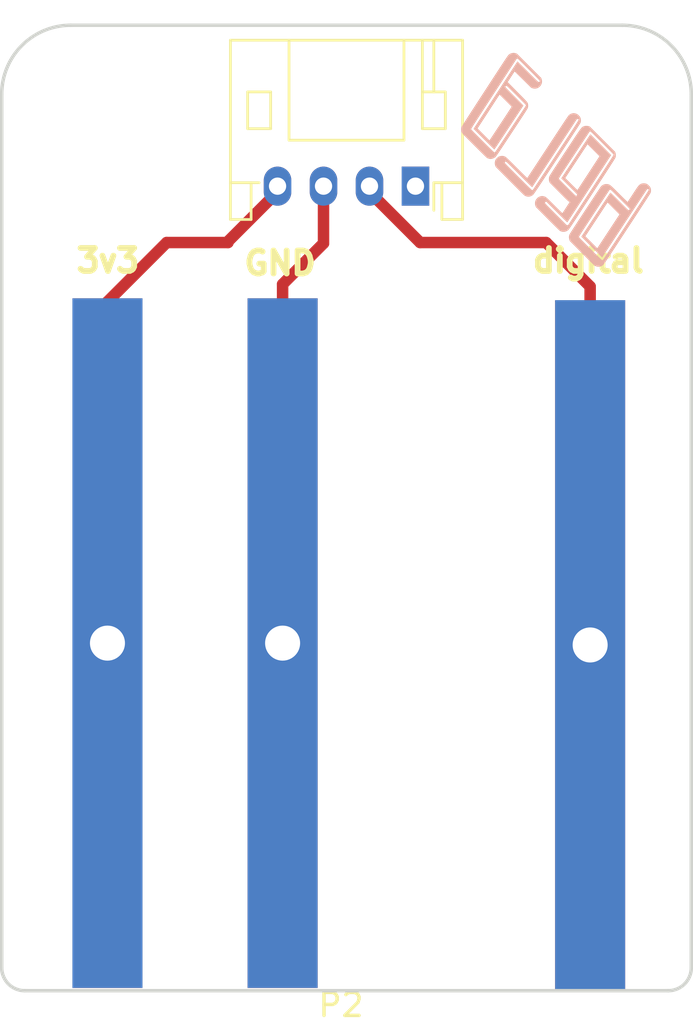
<source format=kicad_pcb>
(kicad_pcb (version 20171130) (host pcbnew "(5.0.0-3-g0214c9d)")

  (general
    (thickness 1.6)
    (drawings 11)
    (tracks 15)
    (zones 0)
    (modules 3)
    (nets 4)
  )

  (page A4)
  (layers
    (0 F.Cu signal)
    (31 B.Cu signal)
    (32 B.Adhes user hide)
    (33 F.Adhes user hide)
    (34 B.Paste user hide)
    (35 F.Paste user hide)
    (36 B.SilkS user)
    (37 F.SilkS user)
    (38 B.Mask user hide)
    (39 F.Mask user)
    (40 Dwgs.User user)
    (41 Cmts.User user)
    (42 Eco1.User user)
    (43 Eco2.User user hide)
    (44 Edge.Cuts user)
    (45 Margin user)
    (46 B.CrtYd user)
    (47 F.CrtYd user)
    (48 B.Fab user)
    (49 F.Fab user)
  )

  (setup
    (last_trace_width 0.25)
    (user_trace_width 0.5)
    (trace_clearance 0.2)
    (zone_clearance 0.508)
    (zone_45_only no)
    (trace_min 0.2)
    (segment_width 0.2)
    (edge_width 0.15)
    (via_size 0.6)
    (via_drill 0.4)
    (via_min_size 0.4)
    (via_min_drill 0.3)
    (uvia_size 0.3)
    (uvia_drill 0.1)
    (uvias_allowed no)
    (uvia_min_size 0.2)
    (uvia_min_drill 0.1)
    (pcb_text_width 0.3)
    (pcb_text_size 1.5 1.5)
    (mod_edge_width 0.15)
    (mod_text_size 1 1)
    (mod_text_width 0.15)
    (pad_size 3.048 30)
    (pad_drill 1.524)
    (pad_to_mask_clearance 0.2)
    (aux_axis_origin 0 0)
    (visible_elements FFFFFF1F)
    (pcbplotparams
      (layerselection 0x01030_80000001)
      (usegerberextensions false)
      (usegerberattributes false)
      (usegerberadvancedattributes false)
      (creategerberjobfile false)
      (excludeedgelayer true)
      (linewidth 0.100000)
      (plotframeref false)
      (viasonmask false)
      (mode 1)
      (useauxorigin false)
      (hpglpennumber 1)
      (hpglpenspeed 20)
      (hpglpendiameter 15.000000)
      (psnegative false)
      (psa4output false)
      (plotreference true)
      (plotvalue true)
      (plotinvisibletext false)
      (padsonsilk false)
      (subtractmaskfromsilk false)
      (outputformat 1)
      (mirror false)
      (drillshape 0)
      (scaleselection 1)
      (outputdirectory "gerbers/"))
  )

  (net 0 "")
  (net 1 "Net-(P1-Pad2)")
  (net 2 "Net-(P1-Pad3)")
  (net 3 "Net-(P1-Pad4)")

  (net_class Default "This is the default net class."
    (clearance 0.2)
    (trace_width 0.25)
    (via_dia 0.6)
    (via_drill 0.4)
    (uvia_dia 0.3)
    (uvia_drill 0.1)
    (add_net "Net-(P1-Pad2)")
    (add_net "Net-(P1-Pad3)")
    (add_net "Net-(P1-Pad4)")
  )

  (module Connectors_JST:JST_PH_S4B-PH-K_04x2.00mm_Angled (layer F.Cu) (tedit 5C581B9A) (tstamp 5B366367)
    (at 149 66 180)
    (descr "JST PH series connector, S4B-PH-K, side entry type, through hole, Datasheet: http://www.jst-mfg.com/product/pdf/eng/ePH.pdf")
    (tags "connector jst ph")
    (path /5B3662FE)
    (fp_text reference P1 (at 1.5 -2.45 180) (layer F.SilkS) hide
      (effects (font (size 1 1) (thickness 0.15)))
    )
    (fp_text value CONN_01X04 (at 3 7.25 180) (layer F.Fab)
      (effects (font (size 1 1) (thickness 0.15)))
    )
    (fp_line (start 0.5 6.35) (end 0.5 2) (layer F.SilkS) (width 0.12))
    (fp_line (start 0.5 2) (end 5.5 2) (layer F.SilkS) (width 0.12))
    (fp_line (start 5.5 2) (end 5.5 6.35) (layer F.SilkS) (width 0.12))
    (fp_line (start -0.8 0.15) (end -1.15 0.15) (layer F.SilkS) (width 0.12))
    (fp_line (start -1.15 0.15) (end -1.15 -1.45) (layer F.SilkS) (width 0.12))
    (fp_line (start -1.15 -1.45) (end -2.05 -1.45) (layer F.SilkS) (width 0.12))
    (fp_line (start -2.05 -1.45) (end -2.05 6.35) (layer F.SilkS) (width 0.12))
    (fp_line (start -2.05 6.35) (end 8.05 6.35) (layer F.SilkS) (width 0.12))
    (fp_line (start 8.05 6.35) (end 8.05 -1.45) (layer F.SilkS) (width 0.12))
    (fp_line (start 8.05 -1.45) (end 7.15 -1.45) (layer F.SilkS) (width 0.12))
    (fp_line (start 7.15 -1.45) (end 7.15 0.15) (layer F.SilkS) (width 0.12))
    (fp_line (start 7.15 0.15) (end 6.8 0.15) (layer F.SilkS) (width 0.12))
    (fp_line (start -2.05 0.15) (end -1.15 0.15) (layer F.SilkS) (width 0.12))
    (fp_line (start 8.05 0.15) (end 7.15 0.15) (layer F.SilkS) (width 0.12))
    (fp_line (start -1.3 2.5) (end -1.3 4.1) (layer F.SilkS) (width 0.12))
    (fp_line (start -1.3 4.1) (end -0.3 4.1) (layer F.SilkS) (width 0.12))
    (fp_line (start -0.3 4.1) (end -0.3 2.5) (layer F.SilkS) (width 0.12))
    (fp_line (start -0.3 2.5) (end -1.3 2.5) (layer F.SilkS) (width 0.12))
    (fp_line (start 7.3 2.5) (end 7.3 4.1) (layer F.SilkS) (width 0.12))
    (fp_line (start 7.3 4.1) (end 6.3 4.1) (layer F.SilkS) (width 0.12))
    (fp_line (start 6.3 4.1) (end 6.3 2.5) (layer F.SilkS) (width 0.12))
    (fp_line (start 6.3 2.5) (end 7.3 2.5) (layer F.SilkS) (width 0.12))
    (fp_line (start -0.3 4.1) (end -0.3 6.35) (layer F.SilkS) (width 0.12))
    (fp_line (start -0.8 4.1) (end -0.8 6.35) (layer F.SilkS) (width 0.12))
    (fp_line (start -2.45 -1.85) (end -2.45 6.75) (layer F.CrtYd) (width 0.05))
    (fp_line (start -2.45 6.75) (end 8.45 6.75) (layer F.CrtYd) (width 0.05))
    (fp_line (start 8.45 6.75) (end 8.45 -1.85) (layer F.CrtYd) (width 0.05))
    (fp_line (start 8.45 -1.85) (end -2.45 -1.85) (layer F.CrtYd) (width 0.05))
    (fp_line (start -1.25 0.25) (end -1.25 -1.35) (layer F.Fab) (width 0.1))
    (fp_line (start -1.25 -1.35) (end -1.95 -1.35) (layer F.Fab) (width 0.1))
    (fp_line (start -1.95 -1.35) (end -1.95 6.25) (layer F.Fab) (width 0.1))
    (fp_line (start -1.95 6.25) (end 7.95 6.25) (layer F.Fab) (width 0.1))
    (fp_line (start 7.95 6.25) (end 7.95 -1.35) (layer F.Fab) (width 0.1))
    (fp_line (start 7.95 -1.35) (end 7.25 -1.35) (layer F.Fab) (width 0.1))
    (fp_line (start 7.25 -1.35) (end 7.25 0.25) (layer F.Fab) (width 0.1))
    (fp_line (start 7.25 0.25) (end -1.25 0.25) (layer F.Fab) (width 0.1))
    (fp_line (start -0.8 0.15) (end -0.8 -1.05) (layer F.SilkS) (width 0.12))
    (fp_line (start 0 0.85) (end -0.5 1.35) (layer F.Fab) (width 0.1))
    (fp_line (start -0.5 1.35) (end 0.5 1.35) (layer F.Fab) (width 0.1))
    (fp_line (start 0.5 1.35) (end 0 0.85) (layer F.Fab) (width 0.1))
    (fp_text user %R (at 3 2.5 180) (layer F.Fab)
      (effects (font (size 1 1) (thickness 0.15)))
    )
    (pad 1 thru_hole rect (at 0 0 180) (size 1.2 1.7) (drill 0.75) (layers *.Cu *.Mask))
    (pad 2 thru_hole oval (at 2 0 180) (size 1.2 1.7) (drill 0.75) (layers *.Cu *.Mask)
      (net 1 "Net-(P1-Pad2)"))
    (pad 3 thru_hole oval (at 4 0 180) (size 1.2 1.7) (drill 0.75) (layers *.Cu *.Mask)
      (net 2 "Net-(P1-Pad3)"))
    (pad 4 thru_hole oval (at 6 0 180) (size 1.2 1.7) (drill 0.75) (layers *.Cu *.Mask)
      (net 3 "Net-(P1-Pad4)"))
    (model ${KISYS3DMOD}/Connectors_JST.3dshapes/JST_PH_S4B-PH-K_04x2.00mm_Angled.wrl
      (at (xyz 0 0 0))
      (scale (xyz 1 1 1))
      (rotate (xyz 0 0 0))
    )
  )

  (module paper:paper (layer F.Cu) (tedit 5C5398A6) (tstamp 5B36636E)
    (at 145.76 101.12)
    (path /5B3662BD)
    (fp_text reference P2 (at 0 0.5) (layer F.SilkS)
      (effects (font (size 1 1) (thickness 0.15)))
    )
    (fp_text value CONN_01X03 (at 0 -0.5) (layer F.Fab)
      (effects (font (size 1 1) (thickness 0.15)))
    )
    (pad 3 thru_hole rect (at 10.84 -15.16) (size 3.048 30) (drill 1.524) (layers *.Cu *.Mask)
      (net 1 "Net-(P1-Pad2)"))
    (pad 2 thru_hole rect (at -2.54 -15.24) (size 3.048 30) (drill 1.524) (layers *.Cu *.Mask)
      (net 2 "Net-(P1-Pad3)"))
    (pad 1 thru_hole rect (at -10.16 -15.24) (size 3.048 30) (drill 1.524) (layers *.Cu *.Mask)
      (net 3 "Net-(P1-Pad4)"))
  )

  (module paper:Bela_logo (layer B.Cu) (tedit 0) (tstamp 5C543B38)
    (at 155.067 64.897 135)
    (fp_text reference G*** (at 0 0 135) (layer B.SilkS) hide
      (effects (font (size 1.524 1.524) (thickness 0.3)) (justify mirror))
    )
    (fp_text value LOGO (at 0.75 0 135) (layer B.SilkS) hide
      (effects (font (size 1.524 1.524) (thickness 0.3)) (justify mirror))
    )
    (fp_poly (pts (xy 4.509387 2.101396) (xy 4.540036 2.082716) (xy 4.572855 2.057078) (xy 4.595144 2.035933)
      (xy 4.637322 1.982523) (xy 4.664833 1.926068) (xy 4.678882 1.863906) (xy 4.680417 1.847375)
      (xy 4.680695 1.840287) (xy 4.680533 1.831758) (xy 4.679808 1.821186) (xy 4.678399 1.807965)
      (xy 4.676182 1.791493) (xy 4.673035 1.771164) (xy 4.668836 1.746375) (xy 4.663461 1.716522)
      (xy 4.656787 1.681) (xy 4.648693 1.639207) (xy 4.639056 1.590538) (xy 4.627753 1.534388)
      (xy 4.614661 1.470154) (xy 4.599658 1.397233) (xy 4.582621 1.315019) (xy 4.563427 1.222909)
      (xy 4.541955 1.120299) (xy 4.51808 1.006585) (xy 4.491681 0.881164) (xy 4.462635 0.74343)
      (xy 4.430819 0.59278) (xy 4.396111 0.42861) (xy 4.358388 0.250316) (xy 4.317527 0.057295)
      (xy 4.303554 -0.008695) (xy 4.255159 -0.23705) (xy 4.209959 -0.449922) (xy 4.167942 -0.647376)
      (xy 4.129092 -0.829476) (xy 4.093397 -0.996288) (xy 4.060841 -1.147876) (xy 4.031411 -1.284304)
      (xy 4.005093 -1.405637) (xy 3.981873 -1.51194) (xy 3.961736 -1.603277) (xy 3.944669 -1.679713)
      (xy 3.930658 -1.741312) (xy 3.919689 -1.788138) (xy 3.911747 -1.820258) (xy 3.906819 -1.837734)
      (xy 3.905692 -1.840631) (xy 3.873146 -1.889827) (xy 3.829487 -1.934396) (xy 3.795611 -1.959608)
      (xy 3.783166 -1.967603) (xy 3.771581 -1.97467) (xy 3.759846 -1.980865) (xy 3.746955 -1.986244)
      (xy 3.731897 -1.990863) (xy 3.713664 -1.994779) (xy 3.691248 -1.998048) (xy 3.66364 -2.000725)
      (xy 3.629831 -2.002867) (xy 3.588813 -2.00453) (xy 3.539576 -2.00577) (xy 3.481113 -2.006644)
      (xy 3.412415 -2.007207) (xy 3.332472 -2.007516) (xy 3.240277 -2.007626) (xy 3.13482 -2.007594)
      (xy 3.015093 -2.007477) (xy 2.937191 -2.00739) (xy 2.830497 -2.007197) (xy 2.727878 -2.006866)
      (xy 2.630507 -2.006408) (xy 2.539556 -2.005836) (xy 2.456196 -2.005161) (xy 2.381602 -2.004396)
      (xy 2.316944 -2.003552) (xy 2.263394 -2.002643) (xy 2.222126 -2.001679) (xy 2.194311 -2.000674)
      (xy 2.181122 -1.999638) (xy 2.180795 -1.999569) (xy 2.118455 -1.977022) (xy 2.063377 -1.941355)
      (xy 2.017066 -1.894243) (xy 1.981024 -1.837362) (xy 1.956757 -1.772385) (xy 1.950434 -1.74306)
      (xy 1.949276 -1.736021) (xy 1.948379 -1.728886) (xy 1.947883 -1.720904) (xy 1.947932 -1.711325)
      (xy 1.948666 -1.699398) (xy 1.950229 -1.684375) (xy 1.952761 -1.665504) (xy 1.956405 -1.642036)
      (xy 1.961303 -1.613221) (xy 1.966288 -1.585569) (xy 2.102972 -1.585569) (xy 2.103378 -1.587389)
      (xy 2.116574 -1.603919) (xy 2.125362 -1.610731) (xy 2.136118 -1.612312) (xy 2.162553 -1.613732)
      (xy 2.204471 -1.614988) (xy 2.261676 -1.616079) (xy 2.333973 -1.617001) (xy 2.421167 -1.617753)
      (xy 2.523061 -1.618332) (xy 2.639461 -1.618736) (xy 2.77017 -1.618963) (xy 2.838761 -1.619008)
      (xy 2.960471 -1.619035) (xy 3.067301 -1.619015) (xy 3.160244 -1.618928) (xy 3.240293 -1.618756)
      (xy 3.308444 -1.61848) (xy 3.365689 -1.61808) (xy 3.413023 -1.617537) (xy 3.451441 -1.616834)
      (xy 3.481935 -1.615951) (xy 3.5055 -1.614868) (xy 3.52313 -1.613567) (xy 3.535818 -1.612029)
      (xy 3.54456 -1.610236) (xy 3.550348 -1.608167) (xy 3.554177 -1.605804) (xy 3.55472 -1.605359)
      (xy 3.556935 -1.602018) (xy 3.559842 -1.594865) (xy 3.563564 -1.583336) (xy 3.568225 -1.566868)
      (xy 3.573948 -1.544897) (xy 3.580856 -1.516858) (xy 3.589072 -1.48219) (xy 3.598721 -1.440327)
      (xy 3.609925 -1.390706) (xy 3.622808 -1.332764) (xy 3.637494 -1.265937) (xy 3.654105 -1.189661)
      (xy 3.672765 -1.103373) (xy 3.693597 -1.006508) (xy 3.716725 -0.898504) (xy 3.742272 -0.778796)
      (xy 3.770362 -0.646822) (xy 3.801118 -0.502017) (xy 3.834663 -0.343817) (xy 3.871121 -0.171659)
      (xy 3.910614 0.01502) (xy 3.944537 0.175476) (xy 3.979343 0.340227) (xy 4.013272 0.500971)
      (xy 4.046178 0.65701) (xy 4.077915 0.807646) (xy 4.108335 0.952181) (xy 4.137294 1.089917)
      (xy 4.164646 1.220156) (xy 4.190243 1.342199) (xy 4.21394 1.45535) (xy 4.235591 1.558908)
      (xy 4.25505 1.652178) (xy 4.27217 1.73446) (xy 4.286805 1.805057) (xy 4.29881 1.86327)
      (xy 4.308038 1.908401) (xy 4.314343 1.939753) (xy 4.317578 1.956626) (xy 4.318 1.959429)
      (xy 4.312574 1.977632) (xy 4.302125 1.992313) (xy 4.299026 1.995117) (xy 4.295025 1.99757)
      (xy 4.289102 1.999695) (xy 4.280239 2.001515) (xy 4.267417 2.003055) (xy 4.249615 2.004338)
      (xy 4.225816 2.005388) (xy 4.195 2.006226) (xy 4.156147 2.006879) (xy 4.10824 2.007368)
      (xy 4.050258 2.007717) (xy 3.981183 2.00795) (xy 3.899995 2.00809) (xy 3.805676 2.00816)
      (xy 3.697206 2.008185) (xy 3.613328 2.008188) (xy 3.491068 2.008205) (xy 3.383716 2.008208)
      (xy 3.290306 2.008129) (xy 3.209871 2.007897) (xy 3.141444 2.007445) (xy 3.084059 2.006702)
      (xy 3.036748 2.005599) (xy 2.998546 2.004066) (xy 2.968486 2.002035) (xy 2.945601 1.999436)
      (xy 2.928924 1.996199) (xy 2.917488 1.992256) (xy 2.910328 1.987536) (xy 2.906477 1.981971)
      (xy 2.904967 1.975491) (xy 2.904832 1.968027) (xy 2.905105 1.95951) (xy 2.905125 1.957374)
      (xy 2.904851 1.948085) (xy 2.904695 1.939965) (xy 2.905655 1.932932) (xy 2.908728 1.926906)
      (xy 2.91491 1.921804) (xy 2.925201 1.917544) (xy 2.940596 1.914046) (xy 2.962094 1.911228)
      (xy 2.990693 1.909008) (xy 3.027388 1.907304) (xy 3.073179 1.906035) (xy 3.129061 1.905119)
      (xy 3.196034 1.904474) (xy 3.275094 1.90402) (xy 3.367238 1.903673) (xy 3.473465 1.903354)
      (xy 3.568884 1.903064) (xy 4.203717 1.901032) (xy 3.480933 -1.516062) (xy 2.847748 -1.516062)
      (xy 2.728291 -1.516015) (xy 2.623846 -1.515867) (xy 2.533548 -1.515602) (xy 2.456534 -1.515208)
      (xy 2.391941 -1.514672) (xy 2.338903 -1.513979) (xy 2.296559 -1.513116) (xy 2.264043 -1.51207)
      (xy 2.240493 -1.510827) (xy 2.225045 -1.509374) (xy 2.216835 -1.507696) (xy 2.214898 -1.50614)
      (xy 2.216508 -1.497333) (xy 2.221139 -1.473857) (xy 2.228611 -1.436595) (xy 2.238211 -1.389062)
      (xy 2.633529 -1.389062) (xy 3.378706 -1.389062) (xy 3.427871 -1.15689) (xy 3.437533 -1.111254)
      (xy 3.450101 -1.051879) (xy 3.465194 -0.980559) (xy 3.482434 -0.899087) (xy 3.501441 -0.809256)
      (xy 3.521836 -0.712858) (xy 3.543239 -0.611687) (xy 3.565272 -0.507537) (xy 3.587554 -0.402199)
      (xy 3.609707 -0.297467) (xy 3.610507 -0.293687) (xy 3.743976 0.337344) (xy 3.370667 0.339407)
      (xy 3.295161 0.3397) (xy 3.224544 0.339731) (xy 3.160397 0.33952) (xy 3.104298 0.33908)
      (xy 3.057826 0.338431) (xy 3.022561 0.337587) (xy 3.000081 0.336565) (xy 2.992001 0.335439)
      (xy 2.989721 0.327005) (xy 2.984487 0.304026) (xy 2.976511 0.267512) (xy 2.966004 0.218475)
      (xy 2.953177 0.157925) (xy 2.938244 0.086873) (xy 2.921415 0.006329) (xy 2.902902 -0.082694)
      (xy 2.882917 -0.179188) (xy 2.861672 -0.28214) (xy 2.839378 -0.39054) (xy 2.816247 -0.503377)
      (xy 2.814489 -0.511968) (xy 2.791279 -0.625369) (xy 2.768909 -0.734599) (xy 2.747592 -0.838629)
      (xy 2.727537 -0.93643) (xy 2.708958 -1.026971) (xy 2.692065 -1.109225) (xy 2.67707 -1.18216)
      (xy 2.664185 -1.244748) (xy 2.653621 -1.29596) (xy 2.645589 -1.334765) (xy 2.640302 -1.360134)
      (xy 2.63797 -1.371038) (xy 2.637931 -1.371203) (xy 2.633529 -1.389062) (xy 2.238211 -1.389062)
      (xy 2.238744 -1.386426) (xy 2.251359 -1.324233) (xy 2.266276 -1.250895) (xy 2.283314 -1.167294)
      (xy 2.302296 -1.074312) (xy 2.32304 -0.972828) (xy 2.345367 -0.863724) (xy 2.369098 -0.747881)
      (xy 2.394053 -0.626181) (xy 2.420051 -0.499503) (xy 2.443577 -0.384968) (xy 2.67192 0.726282)
      (xy 3.233664 0.73025) (xy 3.341664 0.731026) (xy 3.4349 0.73174) (xy 3.514482 0.732432)
      (xy 3.581522 0.733139) (xy 3.637129 0.733897) (xy 3.682415 0.734746) (xy 3.718491 0.735722)
      (xy 3.746466 0.736863) (xy 3.767452 0.738206) (xy 3.782559 0.73979) (xy 3.792898 0.741651)
      (xy 3.799579 0.743827) (xy 3.803714 0.746356) (xy 3.806412 0.749275) (xy 3.806673 0.749627)
      (xy 3.817076 0.775617) (xy 3.812977 0.801898) (xy 3.802062 0.817563) (xy 3.798738 0.820559)
      (xy 3.79445 0.823152) (xy 3.788099 0.825372) (xy 3.778587 0.827247) (xy 3.764817 0.828807)
      (xy 3.74569 0.83008) (xy 3.720109 0.831095) (xy 3.686975 0.831882) (xy 3.645191 0.83247)
      (xy 3.593659 0.832887) (xy 3.531281 0.833164) (xy 3.456959 0.833328) (xy 3.369595 0.833409)
      (xy 3.268092 0.833436) (xy 3.202259 0.833438) (xy 3.077425 0.833326) (xy 2.966579 0.832993)
      (xy 2.869968 0.832443) (xy 2.787838 0.831677) (xy 2.720433 0.830701) (xy 2.668001 0.829516)
      (xy 2.630787 0.828127) (xy 2.609036 0.826537) (xy 2.603247 0.825366) (xy 2.591408 0.812698)
      (xy 2.581671 0.791894) (xy 2.580441 0.787662) (xy 2.577981 0.776585) (xy 2.572521 0.750835)
      (xy 2.564241 0.711291) (xy 2.553323 0.658833) (xy 2.539948 0.594342) (xy 2.524299 0.518695)
      (xy 2.506556 0.432774) (xy 2.486901 0.337458) (xy 2.465516 0.233626) (xy 2.442582 0.122159)
      (xy 2.41828 0.003935) (xy 2.392792 -0.120166) (xy 2.366299 -0.249263) (xy 2.338983 -0.382478)
      (xy 2.333952 -0.407026) (xy 2.300023 -0.572752) (xy 2.26923 -0.723518) (xy 2.241462 -0.859903)
      (xy 2.216605 -0.982486) (xy 2.194547 -1.091847) (xy 2.175173 -1.188564) (xy 2.158371 -1.273215)
      (xy 2.144028 -1.346381) (xy 2.13203 -1.40864) (xy 2.122265 -1.460571) (xy 2.11462 -1.502753)
      (xy 2.108981 -1.535765) (xy 2.105235 -1.560185) (xy 2.10327 -1.576593) (xy 2.102972 -1.585569)
      (xy 1.966288 -1.585569) (xy 1.967597 -1.578308) (xy 1.975429 -1.536548) (xy 1.98494 -1.487191)
      (xy 1.996274 -1.429486) (xy 2.009571 -1.362684) (xy 2.024974 -1.286034) (xy 2.042624 -1.198786)
      (xy 2.062664 -1.10019) (xy 2.085236 -0.989497) (xy 2.110482 -0.865956) (xy 2.138543 -0.728817)
      (xy 2.169562 -0.57733) (xy 2.18984 -0.478323) (xy 2.227365 -0.295377) (xy 2.261863 -0.127758)
      (xy 2.293387 0.02478) (xy 2.321988 0.162486) (xy 2.347721 0.285604) (xy 2.370636 0.394383)
      (xy 2.390787 0.489068) (xy 2.408226 0.569906) (xy 2.423005 0.637144) (xy 2.435179 0.691029)
      (xy 2.444798 0.731807) (xy 2.451915 0.759725) (xy 2.456583 0.77503) (xy 2.457216 0.776573)
      (xy 2.490276 0.835075) (xy 2.531603 0.880916) (xy 2.56219 0.903835) (xy 2.57678 0.91335)
      (xy 2.589654 0.92164) (xy 2.601959 0.928797) (xy 2.614838 0.934912) (xy 2.629439 0.940075)
      (xy 2.646905 0.944378) (xy 2.668383 0.947911) (xy 2.695018 0.950766) (xy 2.727955 0.953033)
      (xy 2.76834 0.954804) (xy 2.817318 0.95617) (xy 2.876034 0.957221) (xy 2.945634 0.95805)
      (xy 3.027263 0.958745) (xy 3.122068 0.9594) (xy 3.231192 0.960104) (xy 3.273805 0.960385)
      (xy 3.876642 0.964407) (xy 3.934203 1.234282) (xy 3.947677 1.297561) (xy 3.960054 1.355893)
      (xy 3.970952 1.407465) (xy 3.97999 1.450464) (xy 3.986787 1.483078) (xy 3.990962 1.503495)
      (xy 3.992163 1.509886) (xy 3.984517 1.510912) (xy 3.962321 1.511946) (xy 3.926898 1.512969)
      (xy 3.879573 1.513958) (xy 3.821671 1.514894) (xy 3.754515 1.515757) (xy 3.679431 1.516524)
      (xy 3.597743 1.517176) (xy 3.510774 1.517693) (xy 3.482578 1.517823) (xy 2.972593 1.520032)
      (xy 2.92507 1.543365) (xy 2.867919 1.579313) (xy 2.822108 1.62415) (xy 2.787656 1.675883)
      (xy 2.764582 1.732522) (xy 2.752904 1.792076) (xy 2.752642 1.852553) (xy 2.763813 1.911964)
      (xy 2.786437 1.968315) (xy 2.820532 2.019618) (xy 2.866116 2.06388) (xy 2.919861 2.097485)
      (xy 2.972262 2.123282) (xy 4.464843 2.123282) (xy 4.509387 2.101396)) (layer B.SilkS) (width 0.01))
    (fp_poly (pts (xy 0.721186 2.124732) (xy 0.746706 2.119752) (xy 0.772178 2.111367) (xy 0.834119 2.080177)
      (xy 0.885948 2.037654) (xy 0.926467 1.985504) (xy 0.954475 1.925429) (xy 0.968776 1.859135)
      (xy 0.970408 1.829594) (xy 0.969843 1.81979) (xy 0.96795 1.804156) (xy 0.964618 1.78214)
      (xy 0.959735 1.753187) (xy 0.953192 1.716747) (xy 0.944877 1.672264) (xy 0.934679 1.619187)
      (xy 0.922487 1.556963) (xy 0.908192 1.485038) (xy 0.891681 1.40286) (xy 0.872843 1.309875)
      (xy 0.851569 1.205531) (xy 0.827747 1.089275) (xy 0.801266 0.960553) (xy 0.772016 0.818813)
      (xy 0.739885 0.663502) (xy 0.704763 0.494067) (xy 0.666539 0.309955) (xy 0.644189 0.202407)
      (xy 0.611927 0.047162) (xy 0.580536 -0.103985) (xy 0.550169 -0.250296) (xy 0.520978 -0.391033)
      (xy 0.493116 -0.525459) (xy 0.466735 -0.652836) (xy 0.441987 -0.772427) (xy 0.419026 -0.883493)
      (xy 0.398002 -0.985296) (xy 0.379069 -1.0771) (xy 0.362379 -1.158166) (xy 0.348085 -1.227757)
      (xy 0.336338 -1.285135) (xy 0.327292 -1.329562) (xy 0.321098 -1.3603) (xy 0.317909 -1.376612)
      (xy 0.317489 -1.37914) (xy 0.320469 -1.381007) (xy 0.329978 -1.38264) (xy 0.346877 -1.384052)
      (xy 0.372028 -1.385258) (xy 0.406291 -1.38627) (xy 0.450528 -1.387102) (xy 0.505599 -1.387767)
      (xy 0.572365 -1.388279) (xy 0.651688 -1.388651) (xy 0.744428 -1.388896) (xy 0.851446 -1.389028)
      (xy 0.954801 -1.389062) (xy 1.07505 -1.38907) (xy 1.180514 -1.389136) (xy 1.272286 -1.389322)
      (xy 1.351454 -1.389692) (xy 1.419111 -1.390309) (xy 1.476346 -1.391236) (xy 1.52425 -1.392535)
      (xy 1.563915 -1.39427) (xy 1.596431 -1.396504) (xy 1.622888 -1.399299) (xy 1.644378 -1.402719)
      (xy 1.661991 -1.406827) (xy 1.676818 -1.411685) (xy 1.689949 -1.417356) (xy 1.702476 -1.423904)
      (xy 1.715489 -1.431392) (xy 1.7185 -1.433156) (xy 1.761727 -1.465609) (xy 1.801671 -1.508728)
      (xy 1.833753 -1.557357) (xy 1.840226 -1.570234) (xy 1.850036 -1.592978) (xy 1.856265 -1.613791)
      (xy 1.859699 -1.637452) (xy 1.861122 -1.668741) (xy 1.861343 -1.698791) (xy 1.861003 -1.737402)
      (xy 1.85936 -1.765045) (xy 1.855477 -1.786626) (xy 1.848422 -1.807048) (xy 1.837257 -1.831216)
      (xy 1.835355 -1.835092) (xy 1.801874 -1.887926) (xy 1.757967 -1.934374) (xy 1.707503 -1.97076)
      (xy 1.67677 -1.985798) (xy 1.631156 -2.004218) (xy 0.758031 -2.005846) (xy 0.62115 -2.006091)
      (xy 0.499225 -2.006277) (xy 0.391339 -2.006391) (xy 0.296574 -2.006421) (xy 0.214011 -2.006354)
      (xy 0.142731 -2.006176) (xy 0.081817 -2.005876) (xy 0.030351 -2.00544) (xy -0.012586 -2.004855)
      (xy -0.047912 -2.004109) (xy -0.076545 -2.003189) (xy -0.099404 -2.002082) (xy -0.117406 -2.000775)
      (xy -0.131469 -1.999256) (xy -0.142513 -1.997511) (xy -0.151455 -1.995528) (xy -0.159213 -1.993293)
      (xy -0.160049 -1.993027) (xy -0.224356 -1.964634) (xy -0.278428 -1.924755) (xy -0.321208 -1.874748)
      (xy -0.351638 -1.815969) (xy -0.368661 -1.749776) (xy -0.371463 -1.721804) (xy -0.371686 -1.714337)
      (xy -0.371471 -1.705405) (xy -0.370696 -1.694403) (xy -0.369242 -1.680721) (xy -0.366988 -1.663753)
      (xy -0.363813 -1.642892) (xy -0.359596 -1.61753) (xy -0.354217 -1.58706) (xy -0.352068 -1.575384)
      (xy -0.220623 -1.575384) (xy -0.211681 -1.598703) (xy -0.198438 -1.60903) (xy -0.191925 -1.610711)
      (xy -0.178935 -1.612207) (xy -0.158699 -1.613529) (xy -0.130446 -1.614684) (xy -0.09341 -1.615682)
      (xy -0.046819 -1.616532) (xy 0.010093 -1.617244) (xy 0.078098 -1.617827) (xy 0.157963 -1.61829)
      (xy 0.250458 -1.618642) (xy 0.356352 -1.618893) (xy 0.476413 -1.619051) (xy 0.611412 -1.619126)
      (xy 0.643155 -1.619132) (xy 0.776557 -1.619132) (xy 0.894984 -1.619083) (xy 0.999332 -1.618971)
      (xy 1.090502 -1.618784) (xy 1.169393 -1.618508) (xy 1.236902 -1.61813) (xy 1.293929 -1.617637)
      (xy 1.341372 -1.617017) (xy 1.380131 -1.616255) (xy 1.411104 -1.61534) (xy 1.435189 -1.614257)
      (xy 1.453287 -1.612994) (xy 1.466295 -1.611537) (xy 1.475112 -1.609874) (xy 1.480637 -1.607991)
      (xy 1.482546 -1.606893) (xy 1.496838 -1.589038) (xy 1.500187 -1.567773) (xy 1.500553 -1.559424)
      (xy 1.501054 -1.552022) (xy 1.500794 -1.545509) (xy 1.498875 -1.539828) (xy 1.494401 -1.534924)
      (xy 1.486477 -1.53074) (xy 1.474204 -1.527219) (xy 1.456688 -1.524304) (xy 1.43303 -1.521938)
      (xy 1.402336 -1.520066) (xy 1.363708 -1.51863) (xy 1.31625 -1.517574) (xy 1.259065 -1.516842)
      (xy 1.191257 -1.516375) (xy 1.111929 -1.516119) (xy 1.020185 -1.516016) (xy 0.915129 -1.51601)
      (xy 0.795863 -1.516044) (xy 0.681523 -1.516062) (xy 0.551641 -1.516051) (xy 0.436728 -1.516008)
      (xy 0.335877 -1.515917) (xy 0.248179 -1.515762) (xy 0.17273 -1.515527) (xy 0.10862 -1.515196)
      (xy 0.054945 -1.514753) (xy 0.010797 -1.514182) (xy -0.024731 -1.513467) (xy -0.052546 -1.512592)
      (xy -0.073555 -1.511541) (xy -0.088664 -1.510299) (xy -0.098781 -1.508849) (xy -0.104811 -1.507176)
      (xy -0.107663 -1.505263) (xy -0.108243 -1.503094) (xy -0.108048 -1.502171) (xy -0.106066 -1.493192)
      (xy -0.101009 -1.469373) (xy -0.093025 -1.431422) (xy -0.082259 -1.380043) (xy -0.06886 -1.315942)
      (xy -0.052974 -1.239826) (xy -0.034748 -1.152401) (xy -0.014328 -1.054371) (xy 0.008138 -0.946442)
      (xy 0.032504 -0.829322) (xy 0.058622 -0.703715) (xy 0.086345 -0.570326) (xy 0.115528 -0.429863)
      (xy 0.146022 -0.283031) (xy 0.177681 -0.130535) (xy 0.210358 0.026919) (xy 0.243906 0.188624)
      (xy 0.254073 0.237641) (xy 0.612046 1.963564) (xy 0.596941 1.983891) (xy 0.580079 1.999216)
      (xy 0.56216 2.006599) (xy 0.557139 2.007526) (xy 0.55255 2.008639) (xy 0.548259 2.009353)
      (xy 0.544128 2.009081) (xy 0.540019 2.007238) (xy 0.535796 2.003239) (xy 0.531322 1.996498)
      (xy 0.526461 1.986429) (xy 0.521074 1.972446) (xy 0.515026 1.953965) (xy 0.50818 1.9304)
      (xy 0.500397 1.901164) (xy 0.491543 1.865673) (xy 0.481479 1.82334) (xy 0.470069 1.773581)
      (xy 0.457175 1.715809) (xy 0.442662 1.649439) (xy 0.426392 1.573886) (xy 0.408227 1.488563)
      (xy 0.388032 1.392885) (xy 0.36567 1.286267) (xy 0.341002 1.168124) (xy 0.313894 1.037868)
      (xy 0.284206 0.894915) (xy 0.251804 0.73868) (xy 0.216549 0.568576) (xy 0.178305 0.384018)
      (xy 0.143137 0.214341) (xy 0.108993 0.049475) (xy 0.075729 -0.111433) (xy 0.04349 -0.26768)
      (xy 0.012418 -0.418566) (xy -0.017344 -0.563386) (xy -0.045653 -0.701438) (xy -0.072367 -0.83202)
      (xy -0.097343 -0.95443) (xy -0.120437 -1.067965) (xy -0.141508 -1.171922) (xy -0.160413 -1.265598)
      (xy -0.177008 -1.348293) (xy -0.191151 -1.419302) (xy -0.202699 -1.477924) (xy -0.211509 -1.523455)
      (xy -0.217439 -1.555195) (xy -0.220346 -1.572439) (xy -0.220623 -1.575384) (xy -0.352068 -1.575384)
      (xy -0.347555 -1.550875) (xy -0.33949 -1.508368) (xy -0.3299 -1.458931) (xy -0.318666 -1.401958)
      (xy -0.305666 -1.33684) (xy -0.290779 -1.262971) (xy -0.273886 -1.179743) (xy -0.254865 -1.08655)
      (xy -0.233595 -0.982783) (xy -0.209957 -0.867836) (xy -0.183829 -0.741102) (xy -0.155091 -0.601973)
      (xy -0.123622 -0.449841) (xy -0.089301 -0.284101) (xy -0.052008 -0.104144) (xy -0.011622 0.090637)
      (xy -0.003917 0.127791) (xy 0.040623 0.342411) (xy 0.082071 0.541837) (xy 0.120506 0.726427)
      (xy 0.156003 0.896543) (xy 0.188639 1.052544) (xy 0.218492 1.194792) (xy 0.245638 1.323646)
      (xy 0.270153 1.439468) (xy 0.292116 1.542616) (xy 0.311602 1.633452) (xy 0.328689 1.712336)
      (xy 0.343454 1.779629) (xy 0.355973 1.83569) (xy 0.366323 1.880881) (xy 0.374581 1.915561)
      (xy 0.380824 1.940091) (xy 0.385129 1.954831) (xy 0.386605 1.958701) (xy 0.416542 2.007082)
      (xy 0.457929 2.051678) (xy 0.506353 2.088078) (xy 0.527843 2.099916) (xy 0.554135 2.111669)
      (xy 0.578391 2.119078) (xy 0.606264 2.123339) (xy 0.64341 2.125646) (xy 0.650875 2.125924)
      (xy 0.691112 2.126565) (xy 0.721186 2.124732)) (layer B.SilkS) (width 0.01))
    (fp_poly (pts (xy 0.026414 2.099863) (xy 0.071586 2.070603) (xy 0.113872 2.031598) (xy 0.149176 1.987283)
      (xy 0.173404 1.942095) (xy 0.174387 1.939533) (xy 0.179026 1.927519) (xy 0.183256 1.916648)
      (xy 0.186952 1.906165) (xy 0.189992 1.895317) (xy 0.192249 1.883349) (xy 0.193602 1.869508)
      (xy 0.193925 1.85304) (xy 0.193095 1.833191) (xy 0.190987 1.809207) (xy 0.187478 1.780333)
      (xy 0.182444 1.745817) (xy 0.17576 1.704904) (xy 0.167303 1.65684) (xy 0.156948 1.600872)
      (xy 0.144572 1.536245) (xy 0.130051 1.462205) (xy 0.11326 1.377999) (xy 0.094076 1.282872)
      (xy 0.072375 1.176071) (xy 0.048032 1.056842) (xy 0.020924 0.924431) (xy -0.009073 0.778083)
      (xy -0.042084 0.617045) (xy -0.047351 0.591344) (xy -0.08108 0.42685) (xy -0.111815 0.277216)
      (xy -0.139707 0.141744) (xy -0.164907 0.019733) (xy -0.187565 -0.089514) (xy -0.207832 -0.186699)
      (xy -0.225859 -0.27252) (xy -0.241797 -0.347677) (xy -0.255796 -0.412869) (xy -0.268008 -0.468797)
      (xy -0.278583 -0.516158) (xy -0.287671 -0.555653) (xy -0.295424 -0.587981) (xy -0.301993 -0.613843)
      (xy -0.307527 -0.633936) (xy -0.312179 -0.648961) (xy -0.316098 -0.659617) (xy -0.317873 -0.663614)
      (xy -0.350447 -0.714982) (xy -0.394809 -0.761087) (xy -0.446926 -0.798011) (xy -0.466582 -0.808195)
      (xy -0.511969 -0.829468) (xy -1.067594 -0.831896) (xy -1.176255 -0.832342) (xy -1.27023 -0.832648)
      (xy -1.350705 -0.832793) (xy -1.41887 -0.832756) (xy -1.475912 -0.832514) (xy -1.523019 -0.832048)
      (xy -1.561378 -0.831334) (xy -1.592179 -0.830353) (xy -1.616608 -0.829082) (xy -1.635853 -0.827501)
      (xy -1.651103 -0.825587) (xy -1.663545 -0.82332) (xy -1.673176 -0.820999) (xy -1.698975 -0.814618)
      (xy -1.717791 -0.810907) (xy -1.725347 -0.810633) (xy -1.727426 -0.818815) (xy -1.732356 -0.840774)
      (xy -1.739757 -0.874745) (xy -1.749252 -0.918965) (xy -1.76046 -0.971668) (xy -1.773003 -1.031089)
      (xy -1.785653 -1.091406) (xy -1.799181 -1.155889) (xy -1.811798 -1.215626) (xy -1.823111 -1.268793)
      (xy -1.83273 -1.313566) (xy -1.840262 -1.348121) (xy -1.845317 -1.370634) (xy -1.847441 -1.37914)
      (xy -1.845269 -1.381252) (xy -1.836414 -1.383063) (xy -1.819895 -1.384593) (xy -1.794737 -1.385863)
      (xy -1.759963 -1.386892) (xy -1.714593 -1.3877) (xy -1.657652 -1.388309) (xy -1.588161 -1.388738)
      (xy -1.505143 -1.389008) (xy -1.407621 -1.389138) (xy -1.364115 -1.389156) (xy -1.259121 -1.389199)
      (xy -1.168726 -1.389345) (xy -1.091652 -1.389685) (xy -1.026625 -1.390309) (xy -0.972368 -1.39131)
      (xy -0.927604 -1.392778) (xy -0.891057 -1.394804) (xy -0.861451 -1.397479) (xy -0.83751 -1.400894)
      (xy -0.817957 -1.40514) (xy -0.801516 -1.410309) (xy -0.78691 -1.416491) (xy -0.772864 -1.423777)
      (xy -0.758101 -1.432258) (xy -0.757859 -1.4324) (xy -0.703631 -1.472484) (xy -0.66152 -1.5207)
      (xy -0.631426 -1.575048) (xy -0.613245 -1.633527) (xy -0.606876 -1.694136) (xy -0.612217 -1.754875)
      (xy -0.629166 -1.813742) (xy -0.65762 -1.868737) (xy -0.697478 -1.917859) (xy -0.748637 -1.959107)
      (xy -0.78579 -1.979756) (xy -0.837407 -2.004218) (xy -1.55575 -2.005508) (xy -1.664645 -2.005625)
      (xy -1.768736 -2.005583) (xy -1.866901 -2.005393) (xy -1.958019 -2.005061) (xy -2.04097 -2.004597)
      (xy -2.114631 -2.00401) (xy -2.177882 -2.003309) (xy -2.2296 -2.002501) (xy -2.268665 -2.001597)
      (xy -2.293955 -2.000604) (xy -2.303892 -1.999672) (xy -2.365743 -1.977033) (xy -2.420902 -1.94145)
      (xy -2.467522 -1.895096) (xy -2.503758 -1.840146) (xy -2.527765 -1.77877) (xy -2.537031 -1.725167)
      (xy -2.5373 -1.718285) (xy -2.537073 -1.709671) (xy -2.536226 -1.698727) (xy -2.534638 -1.68485)
      (xy -2.532187 -1.667442) (xy -2.528751 -1.6459) (xy -2.524207 -1.619626) (xy -2.518434 -1.588018)
      (xy -2.515015 -1.570001) (xy -2.388877 -1.570001) (xy -2.383881 -1.582188) (xy -2.371284 -1.598152)
      (xy -2.369705 -1.599767) (xy -2.350222 -1.61925) (xy -1.680213 -1.61925) (xy -1.561652 -1.619244)
      (xy -1.457938 -1.619212) (xy -1.368041 -1.619128) (xy -1.290931 -1.618968) (xy -1.225581 -1.618708)
      (xy -1.170961 -1.618323) (xy -1.126042 -1.617788) (xy -1.089795 -1.61708) (xy -1.061191 -1.616173)
      (xy -1.039201 -1.615042) (xy -1.022797 -1.613665) (xy -1.010949 -1.612015) (xy -1.002628 -1.610069)
      (xy -0.996805 -1.607802) (xy -0.992452 -1.60519) (xy -0.98929 -1.602798) (xy -0.972011 -1.581191)
      (xy -0.970136 -1.55638) (xy -0.980732 -1.533703) (xy -0.993088 -1.516062) (xy -1.631607 -1.516062)
      (xy -1.751598 -1.516016) (xy -1.856575 -1.515868) (xy -1.947398 -1.515606) (xy -2.024927 -1.515216)
      (xy -2.090021 -1.514685) (xy -2.143543 -1.513999) (xy -2.18635 -1.513144) (xy -2.219304 -1.512109)
      (xy -2.243266 -1.510878) (xy -2.259094 -1.509439) (xy -2.26765 -1.507779) (xy -2.269848 -1.50614)
      (xy -2.2682 -1.49754) (xy -2.26341 -1.474118) (xy -2.255627 -1.436583) (xy -2.245 -1.385643)
      (xy -2.231678 -1.322006) (xy -2.215811 -1.246381) (xy -2.197547 -1.159477) (xy -2.177037 -1.062001)
      (xy -2.154428 -0.954662) (xy -2.129871 -0.838168) (xy -2.103515 -0.713228) (xy -2.075508 -0.58055)
      (xy -2.046 -0.440842) (xy -2.015141 -0.294813) (xy -1.996862 -0.208359) (xy -1.59588 -0.208359)
      (xy -1.588109 -0.209556) (xy -1.566011 -0.210673) (xy -1.531134 -0.211685) (xy -1.485025 -0.212568)
      (xy -1.429232 -0.213296) (xy -1.365304 -0.213846) (xy -1.294787 -0.214193) (xy -1.220093 -0.214312)
      (xy -0.844747 -0.214312) (xy -0.670963 0.633016) (xy -0.647625 0.746813) (xy -0.625147 0.856441)
      (xy -0.603736 0.960876) (xy -0.583605 1.059092) (xy -0.564962 1.150063) (xy -0.548017 1.232764)
      (xy -0.532982 1.30617) (xy -0.520066 1.369256) (xy -0.509478 1.420995) (xy -0.50143 1.460362)
      (xy -0.49613 1.486332) (xy -0.49379 1.49788) (xy -0.493727 1.498204) (xy -0.490275 1.516063)
      (xy -0.862278 1.516032) (xy -1.234282 1.516001) (xy -1.415301 0.656797) (xy -1.439357 0.542545)
      (xy -1.462469 0.43264) (xy -1.484428 0.328079) (xy -1.505025 0.22986) (xy -1.524053 0.138982)
      (xy -1.541304 0.056441) (xy -1.556569 -0.016764) (xy -1.56964 -0.079637) (xy -1.580309 -0.131179)
      (xy -1.588367 -0.170392) (xy -1.593607 -0.196279) (xy -1.595819 -0.207842) (xy -1.59588 -0.208359)
      (xy -1.996862 -0.208359) (xy -1.983079 -0.143171) (xy -1.949963 0.013375) (xy -1.915944 0.174118)
      (xy -1.909955 0.202407) (xy -1.55034 1.901032) (xy -0.915503 1.903063) (xy -0.280665 1.905094)
      (xy -0.317686 1.724469) (xy -0.324119 1.693084) (xy -0.333495 1.64735) (xy -0.345567 1.588471)
      (xy -0.360087 1.517648) (xy -0.376811 1.436084) (xy -0.39549 1.344983) (xy -0.415878 1.245546)
      (xy -0.437729 1.138977) (xy -0.460797 1.026478) (xy -0.484833 0.909252) (xy -0.509593 0.788502)
      (xy -0.534829 0.66543) (xy -0.547986 0.601266) (xy -0.741266 -0.341312) (xy -1.227883 -0.341312)
      (xy -1.327859 -0.341324) (xy -1.41317 -0.341387) (xy -1.485023 -0.341537) (xy -1.54463 -0.341814)
      (xy -1.593198 -0.342255) (xy -1.631937 -0.342899) (xy -1.662056 -0.343785) (xy -1.684765 -0.344949)
      (xy -1.701272 -0.346431) (xy -1.712786 -0.348268) (xy -1.720518 -0.350499) (xy -1.725676 -0.353162)
      (xy -1.729469 -0.356296) (xy -1.730375 -0.357187) (xy -1.742384 -0.376097) (xy -1.74625 -0.392906)
      (xy -1.74073 -0.413437) (xy -1.730375 -0.428625) (xy -1.726839 -0.431801) (xy -1.722279 -0.434523)
      (xy -1.715522 -0.436825) (xy -1.705394 -0.438743) (xy -1.690722 -0.440312) (xy -1.670333 -0.441566)
      (xy -1.643054 -0.442541) (xy -1.607712 -0.443272) (xy -1.563133 -0.443795) (xy -1.508144 -0.444143)
      (xy -1.441572 -0.444353) (xy -1.362244 -0.444458) (xy -1.268985 -0.444496) (xy -1.199442 -0.4445)
      (xy -1.095976 -0.444477) (xy -1.007216 -0.444389) (xy -0.931996 -0.444205) (xy -0.869146 -0.443894)
      (xy -0.8175 -0.443426) (xy -0.77589 -0.44277) (xy -0.743147 -0.441897) (xy -0.718104 -0.440774)
      (xy -0.699592 -0.439373) (xy -0.686444 -0.437662) (xy -0.677492 -0.435611) (xy -0.671568 -0.433189)
      (xy -0.667791 -0.430609) (xy -0.665197 -0.427081) (xy -0.662046 -0.419989) (xy -0.658186 -0.408632)
      (xy -0.653466 -0.392307) (xy -0.647733 -0.370313) (xy -0.640835 -0.341948) (xy -0.63262 -0.306508)
      (xy -0.622937 -0.263293) (xy -0.611633 -0.211601) (xy -0.598556 -0.150728) (xy -0.583556 -0.079974)
      (xy -0.566479 0.001365) (xy -0.547173 0.093989) (xy -0.525488 0.198601) (xy -0.50127 0.315904)
      (xy -0.474368 0.446598) (xy -0.44463 0.591387) (xy -0.411904 0.750972) (xy -0.408942 0.765422)
      (xy -0.381388 0.899972) (xy -0.354718 1.03039) (xy -0.329105 1.155817) (xy -0.304724 1.275396)
      (xy -0.281747 1.388268) (xy -0.260349 1.493576) (xy -0.240703 1.590461) (xy -0.222983 1.678066)
      (xy -0.207363 1.755532) (xy -0.194017 1.822002) (xy -0.183117 1.876618) (xy -0.174838 1.918521)
      (xy -0.169354 1.946853) (xy -0.166838 1.960758) (xy -0.166688 1.962) (xy -0.172027 1.978116)
      (xy -0.182563 1.992313) (xy -0.185591 1.995056) (xy -0.189503 1.997464) (xy -0.195291 1.999558)
      (xy -0.203952 2.00136) (xy -0.21648 2.002892) (xy -0.233869 2.004176) (xy -0.257114 2.005233)
      (xy -0.28721 2.006087) (xy -0.325151 2.006758) (xy -0.371932 2.007268) (xy -0.428548 2.00764)
      (xy -0.495993 2.007895) (xy -0.575262 2.008056) (xy -0.667349 2.008144) (xy -0.77325 2.00818)
      (xy -0.893959 2.008188) (xy -0.903358 2.008188) (xy -1.028613 2.008152) (xy -1.138897 2.008037)
      (xy -1.235115 2.007827) (xy -1.318173 2.007511) (xy -1.388974 2.007074) (xy -1.448424 2.006502)
      (xy -1.497428 2.005783) (xy -1.536889 2.004903) (xy -1.567713 2.003848) (xy -1.590804 2.002605)
      (xy -1.607067 2.00116) (xy -1.617407 1.9995) (xy -1.622728 1.997611) (xy -1.622974 1.997443)
      (xy -1.625163 1.993768) (xy -1.628342 1.984926) (xy -1.632625 1.970388) (xy -1.638127 1.949626)
      (xy -1.644965 1.922111) (xy -1.653255 1.887315) (xy -1.663111 1.844708) (xy -1.674649 1.793763)
      (xy -1.687986 1.73395) (xy -1.703236 1.664741) (xy -1.720515 1.585606) (xy -1.739939 1.496019)
      (xy -1.761623 1.395449) (xy -1.785684 1.283368) (xy -1.812236 1.159248) (xy -1.841396 1.02256)
      (xy -1.873278 0.872775) (xy -1.907999 0.709364) (xy -1.945674 0.5318) (xy -1.986419 0.339552)
      (xy -2.013117 0.21349) (xy -2.048033 0.048545) (xy -2.082075 -0.112341) (xy -2.115095 -0.268474)
      (xy -2.146948 -0.419163) (xy -2.177488 -0.563714) (xy -2.206569 -0.701432) (xy -2.234044 -0.831626)
      (xy -2.259768 -0.953601) (xy -2.283595 -1.066665) (xy -2.305378 -1.170124) (xy -2.324972 -1.263285)
      (xy -2.34223 -1.345455) (xy -2.357006 -1.41594) (xy -2.369155 -1.474048) (xy -2.378529 -1.519084)
      (xy -2.384984 -1.550356) (xy -2.388373 -1.56717) (xy -2.388877 -1.570001) (xy -2.515015 -1.570001)
      (xy -2.51131 -1.550477) (xy -2.502713 -1.506401) (xy -2.49252 -1.455191) (xy -2.48061 -1.396246)
      (xy -2.46686 -1.328965) (xy -2.451149 -1.252749) (xy -2.433355 -1.166997) (xy -2.413355 -1.071108)
      (xy -2.391027 -0.964482) (xy -2.366249 -0.846519) (xy -2.3389 -0.716618) (xy -2.308858 -0.57418)
      (xy -2.275999 -0.418602) (xy -2.240203 -0.249286) (xy -2.201347 -0.065631) (xy -2.160187 0.128818)
      (xy -2.117381 0.330931) (xy -2.077715 0.518063) (xy -2.041065 0.69077) (xy -2.00731 0.849606)
      (xy -1.97633 0.995127) (xy -1.948002 1.127889) (xy -1.922204 1.248448) (xy -1.898816 1.357357)
      (xy -1.877716 1.455174) (xy -1.858781 1.542454) (xy -1.841891 1.619751) (xy -1.826925 1.687622)
      (xy -1.813759 1.746622) (xy -1.802274 1.797307) (xy -1.792347 1.840231) (xy -1.783856 1.875951)
      (xy -1.776681 1.905021) (xy -1.770699 1.927998) (xy -1.76579 1.945436) (xy -1.761831 1.957892)
      (xy -1.758701 1.96592) (xy -1.757721 1.967893) (xy -1.724323 2.016342) (xy -1.68095 2.06025)
      (xy -1.632723 2.094662) (xy -1.619554 2.101672) (xy -1.575594 2.123282) (xy -0.019844 2.123282)
      (xy 0.026414 2.099863)) (layer B.SilkS) (width 0.01))
    (fp_poly (pts (xy -3.606887 2.122884) (xy -3.577794 2.121203) (xy -3.555442 2.117505) (xy -3.535267 2.111058)
      (xy -3.514441 2.101944) (xy -3.464035 2.070746) (xy -3.41804 2.027994) (xy -3.380785 1.978009)
      (xy -3.369386 1.957135) (xy -3.356722 1.927881) (xy -3.349057 1.899727) (xy -3.34491 1.86607)
      (xy -3.343561 1.842142) (xy -3.343137 1.825713) (xy -3.343447 1.808751) (xy -3.344745 1.78978)
      (xy -3.347286 1.767325) (xy -3.351325 1.739911) (xy -3.357117 1.706062) (xy -3.364915 1.664302)
      (xy -3.374976 1.613156) (xy -3.387553 1.551149) (xy -3.402901 1.476805) (xy -3.421276 1.388648)
      (xy -3.424508 1.373188) (xy -3.440696 1.295675) (xy -3.455856 1.222871) (xy -3.469684 1.156253)
      (xy -3.481874 1.097297) (xy -3.492123 1.047481) (xy -3.500127 1.00828) (xy -3.50558 0.981172)
      (xy -3.508179 0.967633) (xy -3.508359 0.966391) (xy -3.500648 0.965348) (xy -3.478403 0.964363)
      (xy -3.442964 0.963453) (xy -3.395672 0.962632) (xy -3.337869 0.961918) (xy -3.270894 0.961326)
      (xy -3.196089 0.960872) (xy -3.114794 0.960572) (xy -3.02835 0.960442) (xy -3.009771 0.960438)
      (xy -2.901663 0.960394) (xy -2.808178 0.960214) (xy -2.728062 0.959824) (xy -2.660062 0.959149)
      (xy -2.602927 0.958116) (xy -2.555404 0.956651) (xy -2.51624 0.95468) (xy -2.484181 0.952129)
      (xy -2.457977 0.948925) (xy -2.436373 0.944994) (xy -2.418117 0.940261) (xy -2.401957 0.934653)
      (xy -2.38664 0.928096) (xy -2.376104 0.923076) (xy -2.325804 0.890418) (xy -2.282329 0.846499)
      (xy -2.247369 0.794417) (xy -2.222614 0.73727) (xy -2.209755 0.678157) (xy -2.210481 0.620176)
      (xy -2.210562 0.61962) (xy -2.212748 0.607823) (xy -2.217968 0.581355) (xy -2.226044 0.541092)
      (xy -2.236795 0.487908) (xy -2.250044 0.422678) (xy -2.265611 0.346279) (xy -2.283316 0.259586)
      (xy -2.302983 0.163473) (xy -2.32443 0.058816) (xy -2.347479 -0.05351) (xy -2.371952 -0.172629)
      (xy -2.397669 -0.297665) (xy -2.42445 -0.427745) (xy -2.452118 -0.561992) (xy -2.461446 -0.607218)
      (xy -2.497021 -0.779486) (xy -2.529577 -0.936695) (xy -2.559221 -1.079349) (xy -2.586062 -1.207951)
      (xy -2.610209 -1.323007) (xy -2.63177 -1.425019) (xy -2.650854 -1.514494) (xy -2.667569 -1.591933)
      (xy -2.682024 -1.657843) (xy -2.694328 -1.712727) (xy -2.704589 -1.757089) (xy -2.712915 -1.791433)
      (xy -2.719416 -1.816264) (xy -2.7242 -1.832086) (xy -2.726449 -1.837795) (xy -2.756574 -1.884628)
      (xy -2.798491 -1.928356) (xy -2.848134 -1.96507) (xy -2.873118 -1.97886) (xy -2.924623 -2.004218)
      (xy -3.67489 -2.005592) (xy -3.806473 -2.005793) (xy -3.92305 -2.005878) (xy -4.025491 -2.005837)
      (xy -4.114662 -2.00566) (xy -4.191434 -2.005337) (xy -4.256674 -2.004859) (xy -4.311252 -2.004215)
      (xy -4.356037 -2.003395) (xy -4.391896 -2.00239) (xy -4.419699 -2.001189) (xy -4.440314 -1.999782)
      (xy -4.45461 -1.99816) (xy -4.462654 -1.996545) (xy -4.522351 -1.972056) (xy -4.576871 -1.934301)
      (xy -4.623306 -1.885724) (xy -4.656396 -1.833562) (xy -4.66807 -1.807253) (xy -4.675342 -1.781311)
      (xy -4.679483 -1.749871) (xy -4.681326 -1.718468) (xy -4.681571 -1.710187) (xy -4.68154 -1.701298)
      (xy -4.681111 -1.691185) (xy -4.680162 -1.679232) (xy -4.678571 -1.664823) (xy -4.676215 -1.64734)
      (xy -4.672973 -1.626169) (xy -4.668723 -1.600692) (xy -4.663546 -1.571442) (xy -4.530663 -1.571442)
      (xy -4.52454 -1.594791) (xy -4.509145 -1.608699) (xy -4.5085 -1.609028) (xy -4.501603 -1.610852)
      (xy -4.48805 -1.612458) (xy -4.467008 -1.613858) (xy -4.437647 -1.615063) (xy -4.399134 -1.616087)
      (xy -4.350635 -1.61694) (xy -4.29132 -1.617633) (xy -4.220356 -1.61818) (xy -4.13691 -1.618591)
      (xy -4.04015 -1.618879) (xy -3.929244 -1.619055) (xy -3.803359 -1.61913) (xy -3.79302 -1.619132)
      (xy -3.671834 -1.619141) (xy -3.565521 -1.619108) (xy -3.473078 -1.619015) (xy -3.393504 -1.618841)
      (xy -3.325795 -1.618566) (xy -3.268951 -1.618169) (xy -3.221968 -1.617631) (xy -3.183844 -1.616931)
      (xy -3.153577 -1.616048) (xy -3.130166 -1.614964) (xy -3.112606 -1.613656) (xy -3.099898 -1.612106)
      (xy -3.091037 -1.610293) (xy -3.085023 -1.608197) (xy -3.080852 -1.605797) (xy -3.079454 -1.604731)
      (xy -3.076796 -1.601625) (xy -3.073791 -1.595938) (xy -3.070281 -1.586949) (xy -3.06611 -1.573936)
      (xy -3.061117 -1.556178) (xy -3.055145 -1.532954) (xy -3.048036 -1.503544) (xy -3.039631 -1.467224)
      (xy -3.029773 -1.423275) (xy -3.018304 -1.370976) (xy -3.005064 -1.309605) (xy -2.989896 -1.23844)
      (xy -2.972642 -1.156762) (xy -2.953143 -1.063848) (xy -2.931242 -0.958978) (xy -2.90678 -0.84143)
      (xy -2.879598 -0.710483) (xy -2.84954 -0.565416) (xy -2.816993 -0.408152) (xy -2.789183 -0.273641)
      (xy -2.762261 -0.143268) (xy -2.736401 -0.017888) (xy -2.711779 0.10164) (xy -2.688572 0.21446)
      (xy -2.666953 0.319714) (xy -2.647099 0.416546) (xy -2.629185 0.504099) (xy -2.613387 0.581516)
      (xy -2.59988 0.647939) (xy -2.58884 0.702511) (xy -2.580441 0.744377) (xy -2.574861 0.772677)
      (xy -2.572273 0.786557) (xy -2.572106 0.787797) (xy -2.577147 0.803446) (xy -2.587625 0.817563)
      (xy -2.590947 0.820557) (xy -2.595232 0.823149) (xy -2.601579 0.825368) (xy -2.611084 0.827242)
      (xy -2.624844 0.828802) (xy -2.643957 0.830075) (xy -2.66952 0.831091) (xy -2.702629 0.831878)
      (xy -2.744382 0.832467) (xy -2.795876 0.832885) (xy -2.858208 0.833162) (xy -2.932474 0.833327)
      (xy -3.019773 0.833408) (xy -3.121202 0.833436) (xy -3.188266 0.833438) (xy -3.299231 0.833415)
      (xy -3.395402 0.833329) (xy -3.47786 0.833158) (xy -3.547685 0.832877) (xy -3.605959 0.832463)
      (xy -3.653762 0.831893) (xy -3.692176 0.831141) (xy -3.722281 0.830185) (xy -3.745158 0.829001)
      (xy -3.761888 0.827566) (xy -3.773552 0.825855) (xy -3.78123 0.823844) (xy -3.786005 0.821511)
      (xy -3.787547 0.820302) (xy -3.799135 0.800345) (xy -3.801168 0.774826) (xy -3.793513 0.750956)
      (xy -3.788927 0.744766) (xy -3.785733 0.741926) (xy -3.780912 0.739483) (xy -3.773331 0.737405)
      (xy -3.761858 0.735664) (xy -3.74536 0.734229) (xy -3.722704 0.733073) (xy -3.692757 0.732163)
      (xy -3.654386 0.731473) (xy -3.606459 0.73097) (xy -3.547844 0.730627) (xy -3.477406 0.730413)
      (xy -3.394014 0.730299) (xy -3.296534 0.730255) (xy -3.233302 0.73025) (xy -3.124519 0.730142)
      (xy -3.026283 0.729824) (xy -2.939274 0.729304) (xy -2.86417 0.728594) (xy -2.801651 0.727701)
      (xy -2.752397 0.726635) (xy -2.717085 0.725407) (xy -2.696395 0.724024) (xy -2.690813 0.722745)
      (xy -2.692383 0.714382) (xy -2.696948 0.691541) (xy -2.704287 0.655288) (xy -2.714181 0.60669)
      (xy -2.726409 0.546816) (xy -2.740752 0.476731) (xy -2.75699 0.397504) (xy -2.774903 0.310202)
      (xy -2.79427 0.215892) (xy -2.814872 0.115642) (xy -2.83649 0.010518) (xy -2.858903 -0.098413)
      (xy -2.881891 -0.210082) (xy -2.905234 -0.323422) (xy -2.928713 -0.437367) (xy -2.952107 -0.550849)
      (xy -2.975197 -0.6628) (xy -2.997762 -0.772154) (xy -3.019584 -0.877843) (xy -3.040441 -0.9788)
      (xy -3.060114 -1.073957) (xy -3.078383 -1.162248) (xy -3.095029 -1.242605) (xy -3.10983 -1.31396)
      (xy -3.122568 -1.375247) (xy -3.133022 -1.425398) (xy -3.140972 -1.463346) (xy -3.1462 -1.488024)
      (xy -3.148442 -1.498203) (xy -3.152909 -1.516062) (xy -4.422909 -1.516062) (xy -4.418516 -1.498203)
      (xy -4.414829 -1.481969) (xy -4.408219 -1.451448) (xy -4.39886 -1.407496) (xy -4.39497 -1.389062)
      (xy -3.998181 -1.389062) (xy -3.255959 -1.389062) (xy -3.24725 -1.351359) (xy -3.244471 -1.33849)
      (xy -3.238719 -1.311157) (xy -3.23022 -1.270441) (xy -3.219198 -1.217429) (xy -3.205876 -1.153205)
      (xy -3.19048 -1.078852) (xy -3.173234 -0.995456) (xy -3.154363 -0.9041) (xy -3.13409 -0.805869)
      (xy -3.11264 -0.701848) (xy -3.090237 -0.593119) (xy -3.071894 -0.504031) (xy -3.049 -0.392824)
      (xy -3.026956 -0.285796) (xy -3.00598 -0.183995) (xy -2.986288 -0.088473) (xy -2.968098 -0.00028)
      (xy -2.951626 0.079534) (xy -2.937089 0.149919) (xy -2.924703 0.209825) (xy -2.914686 0.258202)
      (xy -2.907254 0.293998) (xy -2.902625 0.316165) (xy -2.901067 0.323454) (xy -2.896886 0.341313)
      (xy -3.268115 0.341298) (xy -3.639344 0.341282) (xy -3.785414 -0.363155) (xy -3.807737 -0.47081)
      (xy -3.82978 -0.57711) (xy -3.851241 -0.680605) (xy -3.87182 -0.779843) (xy -3.891216 -0.873374)
      (xy -3.909128 -0.959745) (xy -3.925254 -1.037506) (xy -3.939295 -1.105205) (xy -3.950948 -1.16139)
      (xy -3.959913 -1.204611) (xy -3.964833 -1.228328) (xy -3.998181 -1.389062) (xy -4.39497 -1.389062)
      (xy -4.386932 -1.350974) (xy -4.37261 -1.282739) (xy -4.356071 -1.203652) (xy -4.337493 -1.11457)
      (xy -4.317052 -1.016352) (xy -4.294926 -0.909858) (xy -4.271291 -0.795946) (xy -4.246324 -0.675475)
      (xy -4.220203 -0.549303) (xy -4.193103 -0.41829) (xy -4.165203 -0.283295) (xy -4.136679 -0.145176)
      (xy -4.107707 -0.004792) (xy -4.078466 0.136998) (xy -4.049132 0.279335) (xy -4.019881 0.421361)
      (xy -3.990892 0.562216) (xy -3.96234 0.701042) (xy -3.934403 0.83698) (xy -3.907257 0.969171)
      (xy -3.881081 1.096756) (xy -3.85605 1.218876) (xy -3.832341 1.334673) (xy -3.810132 1.443288)
      (xy -3.789599 1.543862) (xy -3.77092 1.635536) (xy -3.754271 1.717451) (xy -3.73983 1.788749)
      (xy -3.727772 1.84857) (xy -3.718276 1.896056) (xy -3.711519 1.930347) (xy -3.707676 1.950586)
      (xy -3.706813 1.956005) (xy -3.713052 1.982827) (xy -3.729199 2.000482) (xy -3.751403 2.007091)
      (xy -3.775809 2.00077) (xy -3.785208 1.994297) (xy -3.787403 1.99117) (xy -3.790185 1.984645)
      (xy -3.793678 1.97415) (xy -3.798005 1.959111) (xy -3.803291 1.938954) (xy -3.809657 1.913106)
      (xy -3.817228 1.880995) (xy -3.826126 1.842046) (xy -3.836476 1.795687) (xy -3.848401 1.741343)
      (xy -3.862023 1.678442) (xy -3.877467 1.60641) (xy -3.894856 1.524674) (xy -3.914313 1.43266)
      (xy -3.935962 1.329796) (xy -3.959925 1.215508) (xy -3.986327 1.089221) (xy -4.015291 0.950365)
      (xy -4.04694 0.798363) (xy -4.081397 0.632644) (xy -4.118787 0.452635) (xy -4.159231 0.257761)
      (xy -4.167422 0.218282) (xy -4.201562 0.053548) (xy -4.234819 -0.107259) (xy -4.26705 -0.263435)
      (xy -4.298112 -0.414272) (xy -4.327863 -0.559068) (xy -4.356158 -0.697115) (xy -4.382854 -0.827709)
      (xy -4.407809 -0.950144) (xy -4.43088 -1.063716) (xy -4.451922 -1.167718) (xy -4.470794 -1.261446)
      (xy -4.487351 -1.344193) (xy -4.501451 -1.415256) (xy -4.512951 -1.473928) (xy -4.521707 -1.519504)
      (xy -4.527576 -1.551279) (xy -4.530416 -1.568547) (xy -4.530663 -1.571442) (xy -4.663546 -1.571442)
      (xy -4.663342 -1.570292) (xy -4.656708 -1.534355) (xy -4.6487 -1.492262) (xy -4.639195 -1.443399)
      (xy -4.628071 -1.387147) (xy -4.615206 -1.322892) (xy -4.600479 -1.250017) (xy -4.583765 -1.167905)
      (xy -4.564945 -1.075939) (xy -4.543896 -0.973505) (xy -4.520494 -0.859984) (xy -4.49462 -0.734762)
      (xy -4.46615 -0.59722) (xy -4.434962 -0.446744) (xy -4.400935 -0.282716) (xy -4.363945 -0.104521)
      (xy -4.323872 0.088459) (xy -4.314219 0.134938) (xy -4.268299 0.355868) (xy -4.22549 0.561466)
      (xy -4.185746 0.751958) (xy -4.149017 0.927571) (xy -4.115256 1.08853) (xy -4.084414 1.235061)
      (xy -4.056442 1.36739) (xy -4.031294 1.485742) (xy -4.008921 1.590344) (xy -3.989274 1.681421)
      (xy -3.972305 1.759199) (xy -3.957967 1.823904) (xy -3.94621 1.875762) (xy -3.936987 1.914998)
      (xy -3.93025 1.941839) (xy -3.925951 1.956511) (xy -3.925178 1.958466) (xy -3.899001 2.001488)
      (xy -3.861962 2.043273) (xy -3.818714 2.079219) (xy -3.780122 2.101944) (xy -3.757874 2.111609)
      (xy -3.737696 2.117842) (xy -3.715024 2.121376) (xy -3.685295 2.122945) (xy -3.647282 2.123282)
      (xy -3.606887 2.122884)) (layer B.SilkS) (width 0.01))
  )

  (gr_line (start 132 101) (end 160 101) (angle 90) (layer Edge.Cuts) (width 0.15))
  (gr_line (start 131 62) (end 131 100) (angle 90) (layer Edge.Cuts) (width 0.15))
  (gr_line (start 158 59) (end 134 59) (angle 90) (layer Edge.Cuts) (width 0.15))
  (gr_line (start 161 100) (end 161 62) (angle 90) (layer Edge.Cuts) (width 0.15))
  (gr_arc (start 158 62) (end 158 59) (angle 90) (layer Edge.Cuts) (width 0.15))
  (gr_arc (start 134 62) (end 131 62) (angle 90) (layer Edge.Cuts) (width 0.15))
  (gr_arc (start 132 100) (end 132 101) (angle 90) (layer Edge.Cuts) (width 0.15))
  (gr_arc (start 160 100) (end 161 100) (angle 90) (layer Edge.Cuts) (width 0.15))
  (gr_text "digital\n" (at 156.52 69.24) (layer F.SilkS) (tstamp 5B365F3B)
    (effects (font (size 1 1) (thickness 0.25)))
  )
  (gr_text GND (at 143.11 69.35) (layer F.SilkS) (tstamp 5B365F37)
    (effects (font (size 1 1) (thickness 0.25)))
  )
  (gr_text 3v3 (at 135.62 69.24) (layer F.SilkS)
    (effects (font (size 1 1) (thickness 0.25)))
  )

  (segment (start 149 66.25) (end 149 66) (width 0.5) (layer F.Cu) (net 0))
  (segment (start 147 66.25) (end 149.203 68.453) (width 0.5) (layer F.Cu) (net 1))
  (segment (start 147 66) (end 147 66.25) (width 0.5) (layer F.Cu) (net 1))
  (segment (start 149.203 68.453) (end 154.686 68.453) (width 0.5) (layer F.Cu) (net 1))
  (segment (start 156.6 70.367) (end 156.6 85.96) (width 0.5) (layer F.Cu) (net 1))
  (segment (start 154.686 68.453) (end 156.6 70.367) (width 0.5) (layer F.Cu) (net 1))
  (segment (start 145 66) (end 145 68.487) (width 0.5) (layer F.Cu) (net 2))
  (segment (start 145 68.487) (end 143.22 70.267) (width 0.5) (layer F.Cu) (net 2))
  (segment (start 143.22 70.267) (end 143.22 85.88) (width 0.5) (layer F.Cu) (net 2))
  (segment (start 135.6 85.88) (end 135.6 71.029) (width 0.5) (layer F.Cu) (net 3))
  (segment (start 135.6 71.029) (end 138.176 68.453) (width 0.5) (layer F.Cu) (net 3))
  (segment (start 138.176 68.453) (end 140.843 68.453) (width 0.5) (layer F.Cu) (net 3))
  (segment (start 143 66.25) (end 143 66) (width 0.5) (layer F.Cu) (net 3))
  (segment (start 140.843 68.407) (end 143 66.25) (width 0.5) (layer F.Cu) (net 3))
  (segment (start 140.843 68.453) (end 140.843 68.407) (width 0.5) (layer F.Cu) (net 3))

)

</source>
